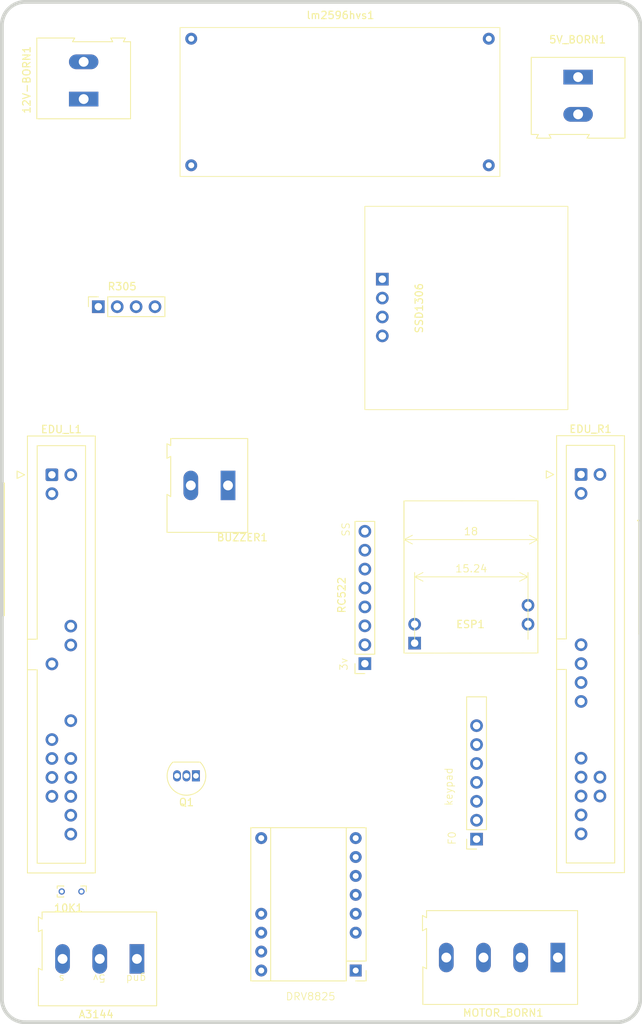
<source format=kicad_pcb>
(kicad_pcb (version 20241229) (generator "pcbnew") (generator_version "9.0")
  (layers (0 "F.Cu" signal) (2 "B.Cu" signal) (13 "F.Paste" user) (15 "B.Paste" user) (5 "F.SilkS" user "F.Silkscreen") (7 "B.SilkS" user "B.Silkscreen") (1 "F.Mask" user) (3 "B.Mask" user) (25 "Edge.Cuts" user))
  (net 0 "")
  (net 1 "+3.3V")
  (net 2 "/door_sensor")
  (net 3 "+12V")
  (net 4 "+5V")
  (net 5 "GND")
  (net 6 "Net-(BUZZER1-Pin_2)")
  (net 7 "/drv882x_b1")
  (net 8 "/drv882x_b2")
  (net 9 "/drv882x_step")
  (net 10 "/drv882x_a2")
  (net 11 "/drv882x_en")
  (net 12 "/drv882x_dir")
  (net 13 "/drv882x_a1")
  (net 14 "/rc522-rst")
  (net 15 "/rc522-sck")
  (net 16 "/rc522-miso")
  (net 17 "/buzzer_sgn")
  (net 18 "/rc522-ss")
  (net 19 "/r305_tx")
  (net 20 "/rc522-irq")
  (net 21 "/rc522-mosi")
  (net 22 "/r305_rx")
  (net 23 "/kp_f1")
  (net 24 "/kp_c0")
  (net 25 "/ssd1306_scl")
  (net 26 "/ssd1306_sda")
  (net 27 "/kp_c2")
  (net 28 "/esp32_tx")
  (net 29 "/kp_f3")
  (net 30 "/kp_f2")
  (net 31 "/kp_c1")
  (net 32 "/kp_f0")
  (net 33 "/esp32_rx")
  (net 34 "+5V-out")
  (footprint "TerminalBlock:TerminalBlock_Altech_AK300-2_P5.00mm" (layer "F.Cu") (at 75.825 113.16 180)
    (property "Reference" "BUZZER1" (at -1.92 -6.99 0) (layer "F.SilkS"))
    (property "Value" "bornes_buzzer")
    (fp_line (start 8.2 5.6) (end 8.2 3.7) (stroke (width 0.12)) (layer "F.SilkS"))
    (fp_line (start 8.2 3.7) (end 8.2 3.65) (stroke (width 0.12)) (layer "F.SilkS"))
    (fp_line (start 8.2 3.65) (end 7.7 3.9) (stroke (width 0.12)) (layer "F.SilkS"))
    (fp_line (start 8.2 -1.2) (end 8.2 -6.3) (stroke (width 0.12)) (layer "F.SilkS"))
    (fp_line (start 8.2 -6.3) (end -2.65 -6.3) (stroke (width 0.12)) (layer "F.SilkS"))
    (fp_line (start 7.7 6.3) (end 7.7 5.35) (stroke (width 0.12)) (layer "F.SilkS"))
    (fp_line (start 7.7 5.35) (end 8.2 5.6) (stroke (width 0.12)) (layer "F.SilkS"))
    (fp_line (start 7.7 3.9) (end 7.7 -1.5) (stroke (width 0.12)) (layer "F.SilkS"))
    (fp_line (start 7.7 -1.5) (end 8.2 -1.2) (stroke (width 0.12)) (layer "F.SilkS"))
    (fp_line (start -2.65 6.3) (end 7.7 6.3) (stroke (width 0.12)) (layer "F.SilkS"))
    (fp_line (start -2.65 -6.3) (end -2.65 6.3) (stroke (width 0.12)) (layer "F.SilkS"))
    (pad "1" thru_hole rect (at 0 0 180) (size 1.98 3.96) (drill 1.32) (layers "*.Cu" "*.Mask") (net 4 "+5V"))
    (pad "2" thru_hole oval (at 5 0 180) (size 1.98 3.96) (drill 1.32) (layers "*.Cu" "*.Mask") (net 6 "Net-(BUZZER1-Pin_2)"))
  )
  (footprint "Connector_PinSocket_2.54mm:PinSocket_1x04_P2.54mm_Vertical" (layer "F.Cu") (at 58.39 89.16 90)
    (property "Reference" "R305" (at 2.715 3.2 0) (layer "F.SilkS"))
    (property "Value" "R305_sensor" (hide yes))
    (fp_line (start 1.33 -1.33) (end 1.33 0) (stroke (width 0.12)) (layer "F.SilkS"))
    (fp_line (start 0 -1.33) (end 1.33 -1.33) (stroke (width 0.12)) (layer "F.SilkS"))
    (fp_line (start 1.33 1.27) (end 1.33 8.95) (stroke (width 0.12)) (layer "F.SilkS"))
    (fp_line (start -1.33 1.27) (end 1.33 1.27) (stroke (width 0.12)) (layer "F.SilkS"))
    (fp_line (start -1.33 1.27) (end -1.33 8.95) (stroke (width 0.12)) (layer "F.SilkS"))
    (fp_line (start -1.33 8.95) (end 1.33 8.95) (stroke (width 0.12)) (layer "F.SilkS"))
    (pad "1" thru_hole rect (at 0 0 90) (size 1.7 1.7) (drill 1) (layers "*.Cu" "*.Mask") (net 4 "+5V"))
    (pad "2" thru_hole circle (at 0 2.54 90) (size 1.7 1.7) (drill 1) (layers "*.Cu" "*.Mask") (net 5 "GND"))
    (pad "3" thru_hole circle (at 0 5.08 90) (size 1.7 1.7) (drill 1) (layers "*.Cu" "*.Mask") (net 19 "/r305_tx"))
    (pad "4" thru_hole circle (at 0 7.62 90) (size 1.7 1.7) (drill 1) (layers "*.Cu" "*.Mask") (net 22 "/r305_rx"))
  )
  (footprint "TerminalBlock:TerminalBlock_Altech_AK300-4_P5.00mm" (layer "F.Cu") (at 120.17 176.56 180)
    (property "Reference" "MOTOR_BORN1" (at 7.35 -7.43 0) (layer "F.SilkS"))
    (property "Value" "bornes_motor" (hide yes))
    (fp_line (start 18.2 5.65) (end 17.65 5.35) (stroke (width 0.12)) (layer "F.SilkS"))
    (fp_line (start 18.2 3.6) (end 18.2 5.65) (stroke (width 0.12)) (layer "F.SilkS"))
    (fp_line (start 18.15 -1.25) (end 17.65 -1.5) (stroke (width 0.12)) (layer "F.SilkS"))
    (fp_line (start 18.15 -6.3) (end 18.15 -1.25) (stroke (width 0.12)) (layer "F.SilkS"))
    (fp_line (start 17.65 6.3) (end -2.65 6.3) (stroke (width 0.12)) (layer "F.SilkS"))
    (fp_line (start 17.65 5.35) (end 17.65 6.3) (stroke (width 0.12)) (layer "F.SilkS"))
    (fp_line (start 17.65 3.9) (end 18.2 3.6) (stroke (width 0.12)) (layer "F.SilkS"))
    (fp_line (start 17.65 -1.5) (end 17.65 3.9) (stroke (width 0.12)) (layer "F.SilkS"))
    (fp_line (start -2.65 6.3) (end -2.65 -6.3) (stroke (width 0.12)) (layer "F.SilkS"))
    (fp_line (start -2.65 -6.3) (end 18.15 -6.3) (stroke (width 0.12)) (layer "F.SilkS"))
    (pad "1" thru_hole rect (at 0 0 180) (size 1.98 3.96) (drill 1.32) (layers "*.Cu" "*.Mask") (net 8 "/drv882x_b2"))
    (pad "2" thru_hole oval (at 5 0 180) (size 1.98 3.96) (drill 1.32) (layers "*.Cu" "*.Mask") (net 7 "/drv882x_b1"))
    (pad "3" thru_hole oval (at 10 0 180) (size 1.98 3.96) (drill 1.32) (layers "*.Cu" "*.Mask") (net 13 "/drv882x_a1"))
    (pad "4" thru_hole oval (at 15 0 180) (size 1.98 3.96) (drill 1.32) (layers "*.Cu" "*.Mask") (net 10 "/drv882x_a2"))
  )
  (footprint "Connector_PinSocket_1.00mm:PinSocket_2x02_P1.00mm_Vertical_SMD" (layer "F.Cu") (at 90.88 60.67)
    (property "Reference" "lm2596hvs1" (at 0.06 -10.65 0) (layer "F.SilkS"))
    (property "Value" "lm2596hvs DC-DC" (hide yes))
    (fp_line (start -21.5 -9) (end -21.5 11) (stroke (width 0.1)) (layer "F.SilkS"))
    (fp_line (start -21.5 -9) (end 21.5 -9) (stroke (width 0.1)) (layer "F.SilkS"))
    (fp_line (start -21.5 11) (end 21.5 11) (stroke (width 0.1)) (layer "F.SilkS"))
    (fp_line (start 21.5 -9) (end 21.5 11) (stroke (width 0.1)) (layer "F.SilkS"))
    (pad "1" thru_hole oval (at -20 -7.5 180) (size 1.6 1.6) (drill 0.8) (layers "*.Cu" "B.Mask") (net 3 "+12V"))
    (pad "2" thru_hole oval (at 20 -7.5 180) (size 1.6 1.6) (drill 0.8) (layers "*.Cu" "B.Mask") (net 34 "+5V-out"))
    (pad "3" thru_hole oval (at -20 9.5 180) (size 1.6 1.6) (drill 0.8) (layers "*.Cu" "*.Mask") (net 5 "GND"))
    (pad "4" thru_hole oval (at 20 9.5 180) (size 1.6 1.6) (drill 0.8) (layers "*.Cu" "B.Mask") (net 5 "GND"))
  )
  (footprint "Connector_PinSocket_2.54mm:PinSocket_1x08_P2.54mm_Vertical" (layer "F.Cu") (at 109.24 160.66 180)
    (property "Reference" "Keypad1" (hide yes))
    (property "Value" "num_keypad" (hide yes))
    (fp_line (start 1.33 1.27) (end 1.33 19.11) (stroke (width 0.12)) (layer "F.SilkS"))
    (fp_line (start 1.33 -1.33) (end 1.33 0) (stroke (width 0.12)) (layer "F.SilkS"))
    (fp_line (start 0 -1.33) (end 1.33 -1.33) (stroke (width 0.12)) (layer "F.SilkS"))
    (fp_line (start -1.33 19.11) (end 1.33 19.11) (stroke (width 0.12)) (layer "F.SilkS"))
    (fp_line (start -1.33 1.27) (end 1.33 1.27) (stroke (width 0.12)) (layer "F.SilkS"))
    (fp_line (start -1.33 1.27) (end -1.33 19.11) (stroke (width 0.12)) (layer "F.SilkS"))
    (fp_text user "keypad" (at 3.15 4.41 90) (layer "F.SilkS") (effects (font (thickness 0.1)) (justify left bottom)))
    (fp_text user "F0" (at 2.71 -0.83 90) (layer "F.SilkS") (effects (font (thickness 0.1)) (justify left bottom)))
    (pad "1" thru_hole rect (at 0 0 180) (size 1.7 1.7) (drill 1) (layers "*.Cu" "*.Mask") (net 32 "/kp_f0"))
    (pad "2" thru_hole circle (at 0 2.54 180) (size 1.7 1.7) (drill 1) (layers "*.Cu" "*.Mask") (net 23 "/kp_f1"))
    (pad "3" thru_hole circle (at 0 5.08 180) (size 1.7 1.7) (drill 1) (layers "*.Cu" "*.Mask") (net 30 "/kp_f2"))
    (pad "4" thru_hole circle (at 0 7.62 180) (size 1.7 1.7) (drill 1) (layers "*.Cu" "*.Mask") (net 29 "/kp_f3"))
    (pad "5" thru_hole circle (at 0 10.16 180) (size 1.7 1.7) (drill 1) (layers "*.Cu" "*.Mask") (net 24 "/kp_c0"))
    (pad "6" thru_hole circle (at 0 12.7 180) (size 1.7 1.7) (drill 1) (layers "*.Cu" "*.Mask") (net 31 "/kp_c1"))
    (pad "7" thru_hole circle (at 0 15.24 180) (size 1.7 1.7) (drill 1) (layers "*.Cu" "*.Mask") (net 27 "/kp_c2"))
  )
  (footprint "Package_TO_SOT_THT:TO-92_Inline" (layer "F.Cu") (at 71.51 152.16 180)
    (property "Reference" "Q1" (at 1.27 -3.56 0) (layer "F.SilkS"))
    (property "Value" "PN2222A")
    (fp_line (start -0.53 1.85) (end 3.07 1.85) (stroke (width 0.12)) (layer "F.SilkS"))
    (fp_arc (start 1.27 -2.6) (mid 3.672087 -0.994977) (end 3.108478 1.838478) (stroke (width 0.12)) (layer "F.SilkS"))
    (fp_arc (start -0.568478 1.838478) (mid -1.132087 -0.994977) (end 1.27 -2.6) (stroke (width 0.12)) (layer "F.SilkS"))
    (pad "1" thru_hole rect (at 0 0 180) (size 1.05 1.5) (drill 0.75) (layers "*.Cu" "*.Mask") (net 5 "GND"))
    (pad "2" thru_hole oval (at 1.27 0 180) (size 1.05 1.5) (drill 0.75) (layers "*.Cu" "*.Mask") (net 17 "/buzzer_sgn"))
    (pad "3" thru_hole oval (at 2.54 0 180) (size 1.05 1.5) (drill 0.75) (layers "*.Cu" "*.Mask") (net 6 "Net-(BUZZER1-Pin_2)"))
  )
  (footprint "Connector_IDC:IDC-Header_2x20_P2.54mm_Vertical" (layer "F.Cu") (at 52.15 111.73)
    (property "Reference" "EDU_L1" (at 1.27 -6.1 0) (layer "F.SilkS"))
    (property "Value" "EDU_CIAA_LEFT_SOCKET" (hide yes))
    (fp_line (start -4.68 -0.5) (end -4.68 0.5) (stroke (width 0.12)) (layer "F.SilkS"))
    (fp_line (start -4.68 0.5) (end -3.68 0) (stroke (width 0.12)) (layer "F.SilkS"))
    (fp_line (start -3.68 0) (end -4.68 -0.5) (stroke (width 0.12)) (layer "F.SilkS"))
    (fp_line (start -3.29 -5.21) (end 5.83 -5.21) (stroke (width 0.12)) (layer "F.SilkS"))
    (fp_line (start -3.29 22.08) (end -1.98 22.08) (stroke (width 0.12)) (layer "F.SilkS"))
    (fp_line (start -3.29 53.47) (end -3.29 -5.21) (stroke (width 0.12)) (layer "F.SilkS"))
    (fp_line (start -1.98 -3.91) (end 4.52 -3.91) (stroke (width 0.12)) (layer "F.SilkS"))
    (fp_line (start -1.98 22.08) (end -1.98 -3.91) (stroke (width 0.12)) (layer "F.SilkS"))
    (fp_line (start -1.98 26.18) (end -3.29 26.18) (stroke (width 0.12)) (layer "F.SilkS"))
    (fp_line (start -1.98 52.17) (end -1.98 26.18) (stroke (width 0.12)) (layer "F.SilkS"))
    (fp_line (start 4.52 -3.91) (end 4.52 52.17) (stroke (width 0.12)) (layer "F.SilkS"))
    (fp_line (start 4.52 52.17) (end -1.98 52.17) (stroke (width 0.12)) (layer "F.SilkS"))
    (fp_line (start 5.83 -5.21) (end 5.83 53.47) (stroke (width 0.12)) (layer "F.SilkS"))
    (fp_line (start 5.83 53.47) (end -3.29 53.47) (stroke (width 0.12)) (layer "F.SilkS"))
    (pad "1" thru_hole roundrect (at 0 0) (size 1.7 1.7) (drill 1) (layers "*.Cu" "*.Mask") (roundrect_rratio 0.147059) (net 1 "+3.3V"))
    (pad "2" thru_hole circle (at 2.54 0) (size 1.7 1.7) (drill 1) (layers "*.Cu" "*.Mask") (net 4 "+5V"))
    (pad "3" thru_hole circle (at 0 2.54) (size 1.7 1.7) (drill 1) (layers "*.Cu" "*.Mask") (net 5 "GND"))
    (pad "18" thru_hole circle (at 2.54 20.32) (size 1.7 1.7) (drill 1) (layers "*.Cu" "*.Mask") (net 16 "/rc522-miso"))
    (pad "20" thru_hole circle (at 2.54 22.86) (size 1.7 1.7) (drill 1) (layers "*.Cu" "*.Mask") (net 15 "/rc522-sck"))
    (pad "21" thru_hole circle (at 0 25.4) (size 1.7 1.7) (drill 1) (layers "*.Cu" "*.Mask") (net 21 "/rc522-mosi"))
    (pad "28" thru_hole circle (at 2.54 33.02) (size 1.7 1.7) (drill 1) (layers "*.Cu" "*.Mask") (net 20 "/rc522-irq"))
    (pad "29" thru_hole circle (at 0 35.56) (size 1.7 1.7) (drill 1) (layers "*.Cu" "*.Mask") (net 11 "/drv882x_en"))
    (pad "31" thru_hole circle (at 0 38.1) (size 1.7 1.7) (drill 1) (layers "*.Cu" "*.Mask") (net 19 "/r305_tx"))
    (pad "32" thru_hole circle (at 2.54 38.1) (size 1.7 1.7) (drill 1) (layers "*.Cu" "*.Mask") (net 22 "/r305_rx"))
    (pad "33" thru_hole circle (at 0 40.64) (size 1.7 1.7) (drill 1) (layers "*.Cu" "*.Mask") (net 9 "/drv882x_step"))
    (pad "34" thru_hole circle (at 2.54 40.64) (size 1.7 1.7) (drill 1) (layers "*.Cu" "*.Mask") (net 17 "/buzzer_sgn"))
    (pad "35" thru_hole circle (at 0 43.18) (size 1.7 1.7) (drill 1) (layers "*.Cu" "*.Mask") (net 18 "/rc522-ss"))
    (pad "36" thru_hole circle (at 2.54 43.18) (size 1.7 1.7) (drill 1) (layers "*.Cu" "*.Mask") (net 2 "/door_sensor"))
    (pad "38" thru_hole circle (at 2.54 45.72) (size 1.7 1.7) (drill 1) (layers "*.Cu" "*.Mask") (net 14 "/rc522-rst"))
    (pad "40" thru_hole circle (at 2.54 48.26) (size 1.7 1.7) (drill 1) (layers "*.Cu" "*.Mask") (net 12 "/drv882x_dir"))
  )
  (footprint "Connector_IDC:IDC-Header_2x20_P2.54mm_Vertical" (layer "F.Cu") (at 123.29 111.69)
    (property "Reference" "EDU_R1" (at 1.27 -6.1 0) (layer "F.SilkS"))
    (property "Value" "EDU_CIAA_RIGHT_SOCKET" (hide yes))
    (fp_line (start -4.68 -0.5) (end -4.68 0.5) (stroke (width 0.12)) (layer "F.SilkS"))
    (fp_line (start -4.68 0.5) (end -3.68 0) (stroke (width 0.12)) (layer "F.SilkS"))
    (fp_line (start -3.68 0) (end -4.68 -0.5) (stroke (width 0.12)) (layer "F.SilkS"))
    (fp_line (start -3.29 -5.21) (end 5.83 -5.21) (stroke (width 0.12)) (layer "F.SilkS"))
    (fp_line (start -3.29 22.08) (end -1.98 22.08) (stroke (width 0.12)) (layer "F.SilkS"))
    (fp_line (start -3.29 53.47) (end -3.29 -5.21) (stroke (width 0.12)) (layer "F.SilkS"))
    (fp_line (start -1.98 -3.91) (end 4.52 -3.91) (stroke (width 0.12)) (layer "F.SilkS"))
    (fp_line (start -1.98 22.08) (end -1.98 -3.91) (stroke (width 0.12)) (layer "F.SilkS"))
    (fp_line (start -1.98 26.18) (end -3.29 26.18) (stroke (width 0.12)) (layer "F.SilkS"))
    (fp_line (start -1.98 52.17) (end -1.98 26.18) (stroke (width 0.12)) (layer "F.SilkS"))
    (fp_line (start 4.52 -3.91) (end 4.52 52.17) (stroke (width 0.12)) (layer "F.SilkS"))
    (fp_line (start 4.52 52.17) (end -1.98 52.17) (stroke (width 0.12)) (layer "F.SilkS"))
    (fp_line (start 5.83 -5.21) (end 5.83 53.47) (stroke (width 0.12)) (layer "F.SilkS"))
    (fp_line (start 5.83 53.47) (end -3.29 53.47) (stroke (width 0.12)) (layer "F.SilkS"))
    (pad "1" thru_hole roundrect (at 0 0) (size 1.7 1.7) (drill 1) (layers "*.Cu" "*.Mask") (roundrect_rratio 0.147059) (net 1 "+3.3V"))
    (pad "2" thru_hole circle (at 2.54 0) (size 1.7 1.7) (drill 1) (layers "*.Cu" "*.Mask") (net 4 "+5V"))
    (pad "3" thru_hole circle (at 0 2.54) (size 1.7 1.7) (drill 1) (layers "*.Cu" "*.Mask") (net 5 "GND"))
    (pad "19" thru_hole circle (at 0 22.86) (size 1.7 1.7) (drill 1) (layers "*.Cu" "*.Mask") (net 26 "/ssd1306_sda"))
    (pad "21" thru_hole circle (at 0 25.4) (size 1.7 1.7) (drill 1) (layers "*.Cu" "*.Mask") (net 25 "/ssd1306_scl"))
    (pad "23" thru_hole circle (at 0 27.94) (size 1.7 1.7) (drill 1) (layers "*.Cu" "*.Mask") (net 28 "/esp32_tx"))
    (pad "25" thru_hole circle (at 0 30.48) (size 1.7 1.7) (drill 1) (layers "*.Cu" "*.Mask") (net 33 "/esp32_rx"))
    (pad "31" thru_hole circle (at 0 38.1) (size 1.7 1.7) (drill 1) (layers "*.Cu" "*.Mask") (net 31 "/kp_c1"))
    (pad "33" thru_hole circle (at 0 40.64) (size 1.7 1.7) (drill 1) (layers "*.Cu" "*.Mask") (net 32 "/kp_f0"))
    (pad "34" thru_hole circle (at 2.54 40.64) (size 1.7 1.7) (drill 1) (layers "*.Cu" "*.Mask") (net 27 "/kp_c2"))
    (pad "35" thru_hole circle (at 0 43.18) (size 1.7 1.7) (drill 1) (layers "*.Cu" "*.Mask") (net 29 "/kp_f3"))
    (pad "36" thru_hole circle (at 2.54 43.18) (size 1.7 1.7) (drill 1) (layers "*.Cu" "*.Mask") (net 23 "/kp_f1"))
    (pad "37" thru_hole circle (at 0 45.72) (size 1.7 1.7) (drill 1) (layers "*.Cu" "*.Mask") (net 30 "/kp_f2"))
    (pad "39" thru_hole circle (at 0 48.26) (size 1.7 1.7) (drill 1) (layers "*.Cu" "*.Mask") (net 24 "/kp_c0"))
  )
  (footprint "Connector_PinSocket_2.54mm:PinSocket_1x04_P2.54mm_Vertical" (layer "F.Cu") (at 107.87 89.33 90)
    (property "Reference" "SSD1306" (at -0.025 -6.35 90) (layer "F.SilkS"))
    (property "Value" "ssd1306_dsp" (hide yes))
    (fp_rect (start -13.65 -13.65) (end 13.65 13.65) (stroke (width 0.1)) (fill no) (layer "F.SilkS"))
    (pad "1" thru_hole rect (at 3.87 -11.3) (size 1.7 1.7) (drill 1) (layers "*.Cu" "*.Mask") (net 26 "/ssd1306_sda"))
    (pad "2" thru_hole circle (at 1.33 -11.3) (size 1.7 1.7) (drill 1) (layers "*.Cu" "*.Mask") (net 25 "/ssd1306_scl"))
    (pad "3" thru_hole circle (at -1.21 -11.3) (size 1.7 1.7) (drill 1) (layers "*.Cu" "*.Mask") (net 1 "+3.3V"))
    (pad "4" thru_hole circle (at -3.75 -11.3) (size 1.7 1.7) (drill 1) (layers "*.Cu" "*.Mask") (net 5 "GND"))
  )
  (footprint "Module:Pololu_Breakout-16_15.2x20.3mm" (layer "F.Cu") (at 92.99 178.3 180)
    (property "Reference" "DRV8825" (hide yes))
    (property "Value" "DRV8825" (hide yes))
    (fp_line (start 14.1 19.18) (end 14.1 -1.4) (stroke (width 0.12)) (layer "F.SilkS"))
    (fp_line (start 14.1 -1.4) (end 1.27 -1.4) (stroke (width 0.12)) (layer "F.SilkS"))
    (fp_line (start 11.43 -1.4) (end 11.43 19.18) (stroke (width 0.12)) (layer "F.SilkS"))
    (fp_line (start 1.27 1.27) (end 1.27 19.18) (stroke (width 0.12)) (layer "F.SilkS"))
    (fp_line (start 1.27 1.27) (end -1.4 1.27) (stroke (width 0.12)) (layer "F.SilkS"))
    (fp_line (start 1.27 -1.4) (end 1.27 1.27) (stroke (width 0.12)) (layer "F.SilkS"))
    (fp_line (start 0 -1.4) (end -1.4 -1.4) (stroke (width 0.12)) (layer "F.SilkS"))
    (fp_line (start -1.4 19.18) (end 14.1 19.18) (stroke (width 0.12)) (layer "F.SilkS"))
    (fp_line (start -1.4 1.27) (end -1.4 19.18) (stroke (width 0.12)) (layer "F.SilkS"))
    (fp_line (start -1.4 -1.4) (end -1.4 0) (stroke (width 0.12)) (layer "F.SilkS"))
    (fp_text user "DRV8825" (at 9.46 -4.08 0) (layer "F.SilkS") (effects (font (thickness 0.1)) (justify left bottom)))
    (pad "1" thru_hole rect (at 0 0 180) (size 1.6 1.6) (drill 0.8) (layers "*.Cu" "*.Mask") (net 5 "GND"))
    (pad "3" thru_hole oval (at 0 5.08 180) (size 1.6 1.6) (drill 0.8) (layers "*.Cu" "*.Mask") (net 10 "/drv882x_a2"))
    (pad "4" thru_hole oval (at 0 7.62 180) (size 1.6 1.6) (drill 0.8) (layers "*.Cu" "*.Mask") (net 13 "/drv882x_a1"))
    (pad "5" thru_hole oval (at 0 10.16 180) (size 1.6 1.6) (drill 0.8) (layers "*.Cu" "*.Mask") (net 7 "/drv882x_b1"))
    (pad "6" thru_hole oval (at 0 12.7 180) (size 1.6 1.6) (drill 0.8) (layers "*.Cu" "*.Mask") (net 8 "/drv882x_b2"))
    (pad "7" thru_hole oval (at 0 15.24 180) (size 1.6 1.6) (drill 0.8) (layers "*.Cu" "*.Mask") (net 5 "GND"))
    (pad "8" thru_hole oval (at 0 17.78 180) (size 1.6 1.6) (drill 0.8) (layers "*.Cu" "*.Mask") (net 3 "+12V"))
    (pad "9" thru_hole oval (at 12.7 17.78 180) (size 1.6 1.6) (drill 0.8) (layers "*.Cu" "*.Mask") (net 11 "/drv882x_en"))
    (pad "13" thru_hole oval (at 12.7 7.62 180) (size 1.6 1.6) (drill 0.8) (layers "*.Cu" "*.Mask") (net 1 "+3.3V"))
    (pad "14" thru_hole oval (at 12.7 5.08 180) (size 1.6 1.6) (drill 0.8) (layers "*.Cu" "*.Mask") (net 1 "+3.3V"))
    (pad "15" thru_hole oval (at 12.7 2.54 180) (size 1.6 1.6) (drill 0.8) (layers "*.Cu" "*.Mask") (net 9 "/drv882x_step"))
    (pad "16" thru_hole oval (at 12.7 0 180) (size 1.6 1.6) (drill 0.8) (layers "*.Cu" "*.Mask") (net 12 "/drv882x_dir"))
  )
  (footprint "TerminalBlock:TerminalBlock_Altech_AK300-3_P5.00mm" (layer "F.Cu") (at 63.58 176.74 180)
    (property "Reference" "A3144" (at 5.48 -7.45 0) (layer "F.SilkS"))
    (property "Value" "Bornera Sensor Hall" (hide yes))
    (fp_line (start 13.25 5.65) (end 13.25 3.65) (stroke (width 0.12)) (layer "F.SilkS"))
    (fp_line (start 13.25 3.65) (end 12.75 3.9) (stroke (width 0.12)) (layer "F.SilkS"))
    (fp_line (start 13.25 -1.25) (end 13.25 -6.3) (stroke (width 0.12)) (layer "F.SilkS"))
    (fp_line (start 13.25 -6.3) (end -2.65 -6.3) (stroke (width 0.12)) (layer "F.SilkS"))
    (fp_line (start 12.75 6.3) (end 12.75 5.35) (stroke (width 0.12)) (layer "F.SilkS"))
    (fp_line (start 12.75 5.35) (end 13.25 5.65) (stroke (width 0.12)) (layer "F.SilkS"))
    (fp_line (start 12.75 3.9) (end 12.75 -1.5) (stroke (width 0.12)) (layer "F.SilkS"))
    (fp_line (start 12.75 -1.5) (end 13.25 -1.25) (stroke (width 0.12)) (layer "F.SilkS"))
    (fp_line (start -2.65 6.3) (end 12.75 6.3) (stroke (width 0.12)) (layer "F.SilkS"))
    (fp_line (start -2.65 -6.3) (end -2.65 6.3) (stroke (width 0.12)) (layer "F.SilkS"))
    (fp_text user "5v" (at 4.15 -2 180) (layer "F.SilkS") (effects (font (thickness 0.1)) (justify left bottom)))
    (fp_text user "s" (at 9.65 -2.1 180) (layer "F.SilkS") (effects (font (thickness 0.1)) (justify left bottom)))
    (fp_text user "gnd" (at -1.3 -2.1 180) (layer "F.SilkS") (effects (font (thickness 0.1)) (justify left bottom)))
    (pad "1" thru_hole rect (at 0 0 180) (size 1.98 3.96) (drill 1.32) (layers "*.Cu" "*.Mask") (net 5 "GND"))
    (pad "2" thru_hole oval (at 10 0 180) (size 1.98 3.96) (drill 1.32) (layers "*.Cu" "*.Mask") (net 2 "/door_sensor"))
    (pad "3" thru_hole oval (at 5 0 180) (size 1.98 3.96) (drill 1.32) (layers "*.Cu" "*.Mask") (net 4 "+5V"))
  )
  (footprint "Connector_PinSocket_2.54mm:PinSocket_2x08_P2.54mm_Vertical" (layer "F.Cu") (at 113.615 134.335 180)
    (property "Reference" "ESP1" (at 5.2 2.52 0) (layer "F.SilkS"))
    (property "Value" "ESP32_SOCKET")
    (fp_line (start 14.13 19.1) (end 14.13 -1.34) (stroke (width 0.12)) (layer "F.SilkS"))
    (fp_line (start 14.13 -1.34) (end -3.87 -1.33) (stroke (width 0.1)) (layer "F.SilkS"))
    (fp_line (start -3.87 19.11) (end 14.13 19.1) (stroke (width 0.1)) (layer "F.SilkS"))
    (fp_line (start -3.87 -1.33) (end -3.87 19.11) (stroke (width 0.12)) (layer "F.SilkS"))
    (dimension (type orthogonal) (layer "F.SilkS") (pts (xy 116.155 134.335) (xy 100.915 134.335)) (height -8.9) (orientation 0) (format (prefix "") (suffix "") (units 3) (units_format 0) (precision 4) (suppress_zeroes yes)) (style (thickness 0.1) (arrow_length 1.27) (text_position_mode 0) (arrow_direction outward) (extension_height 0.58642) (extension_offset 0.5) (keep_text_aligned yes)) (gr_text "15,24" (at 108.535 124.335 0) (layer "F.SilkS") (effects (font (size 1 1) (thickness 0.1)))))
    (dimension (type orthogonal) (layer "F.SilkS") (pts (xy 117.485 115.225) (xy 99.485 114.775)) (height 5.21) (orientation 0) (format (prefix "") (suffix "") (units 3) (units_format 0) (precision 4) (suppress_zeroes yes)) (style (thickness 0.1) (arrow_length 1.27) (text_position_mode 0) (arrow_direction outward) (extension_height 0.58642) (extension_offset 0.5) (keep_text_aligned yes)) (gr_text "18" (at 108.485 119.335 0) (layer "F.SilkS") (effects (font (size 1 1) (thickness 0.1)))))
    (pad "1" thru_hole rect (at 12.7 0 180) (size 1.7 1.7) (drill 1) (layers "*.Cu" "*.Mask") (net 4 "+5V"))
    (pad "3" thru_hole circle (at 12.7 2.54 180) (size 1.7 1.7) (drill 1) (layers "*.Cu" "*.Mask") (net 5 "GND"))
    (pad "4" thru_hole circle (at -2.54 2.54 180) (size 1.7 1.7) (drill 1) (layers "*.Cu" "*.Mask") (net 33 "/esp32_rx"))
    (pad "6" thru_hole circle (at -2.54 5.08 180) (size 1.7 1.7) (drill 1) (layers "*.Cu" "*.Mask") (net 28 "/esp32_tx"))
  )
  (footprint "TerminalBlock:TerminalBlock_Altech_AK300-2_P5.00mm" (layer "F.Cu") (at 56.42 61.275 90)
    (property "Reference" "12V-BORN1" (at 2.58 -7.66 90) (layer "F.SilkS"))
    (property "Value" "12V-DC-IN" (hide yes))
    (fp_line (start 8.2 -6.3) (end -2.65 -6.3) (stroke (width 0.12)) (layer "F.SilkS"))
    (fp_line (start -2.65 -6.3) (end -2.65 6.3) (stroke (width 0.12)) (layer "F.SilkS"))
    (fp_line (start 7.7 -1.5) (end 8.2 -1.2) (stroke (width 0.12)) (layer "F.SilkS"))
    (fp_line (start 8.2 -1.2) (end 8.2 -6.3) (stroke (width 0.12)) (layer "F.SilkS"))
    (fp_line (start 8.2 3.65) (end 7.7 3.9) (stroke (width 0.12)) (layer "F.SilkS"))
    (fp_line (start 8.2 3.7) (end 8.2 3.65) (stroke (width 0.12)) (layer "F.SilkS"))
    (fp_line (start 7.7 3.9) (end 7.7 -1.5) (stroke (width 0.12)) (layer "F.SilkS"))
    (fp_line (start 7.7 5.35) (end 8.2 5.6) (stroke (width 0.12)) (layer "F.SilkS"))
    (fp_line (start 8.2 5.6) (end 8.2 3.7) (stroke (width 0.12)) (layer "F.SilkS"))
    (fp_line (start 7.7 6.3) (end 7.7 5.35) (stroke (width 0.12)) (layer "F.SilkS"))
    (fp_line (start -2.65 6.3) (end 7.7 6.3) (stroke (width 0.12)) (layer "F.SilkS"))
    (pad "1" thru_hole rect (at 0 0 90) (size 1.98 3.96) (drill 1.32) (layers "*.Cu" "*.Mask") (net 5 "GND"))
    (pad "2" thru_hole oval (at 5 0 90) (size 1.98 3.96) (drill 1.32) (layers "*.Cu" "*.Mask") (net 3 "+12V"))
  )
  (footprint "Connector_PinSocket_2.54mm:PinSocket_1x08_P2.54mm_Vertical" (layer "F.Cu") (at 93.395 127.8675 90)
    (property "Reference" "RC522" (at -0.0175 -2.28 90) (layer "F.SilkS"))
    (property "Value" "RC522_sensor" (hide yes))
    (fp_line (start -7.9575 -0.5) (end 9.8825 -0.5) (stroke (width 0.12)) (layer "F.SilkS"))
    (fp_line (start -10.5575 -0.5) (end -9.2275 -0.5) (stroke (width 0.12)) (layer "F.SilkS"))
    (fp_line (start -10.5575 0.83) (end -10.5575 -0.5) (stroke (width 0.12)) (layer "F.SilkS"))
    (fp_line (start 9.8825 2.16) (end 9.8825 -0.5) (stroke (width 0.12)) (layer "F.SilkS"))
    (fp_line (start -7.9575 2.16) (end -7.9575 -0.5) (stroke (width 0.12)) (layer "F.SilkS"))
    (fp_line (start -7.9575 2.16) (end 9.8825 2.16) (stroke (width 0.12)) (layer "F.SilkS"))
    (fp_text user "3v" (at -10.22 -1.42 90) (layer "F.SilkS") (effects (font (thickness 0.1)) (justify left bottom)))
    (fp_text user "SS" (at 7.78 -1.14 90) (layer "F.SilkS") (effects (font (thickness 0.1)) (justify left bottom)))
    (pad "1" thru_hole rect (at -9.2275 0.83 180) (size 1.7 1.7) (drill 1) (layers "*.Cu" "*.Mask") (net 1 "+3.3V"))
    (pad "2" thru_hole circle (at -6.6875 0.83 180) (size 1.7 1.7) (drill 1) (layers "*.Cu" "*.Mask") (net 14 "/rc522-rst"))
    (pad "3" thru_hole circle (at -4.1475 0.83 180) (size 1.7 1.7) (drill 1) (layers "*.Cu" "*.Mask") (net 5 "GND"))
    (pad "4" thru_hole circle (at -1.6075 0.83 180) (size 1.7 1.7) (drill 1) (layers "*.Cu" "*.Mask") (net 20 "/rc522-irq"))
    (pad "5" thru_hole circle (at 0.9325 0.83 180) (size 1.7 1.7) (drill 1) (layers "*.Cu" "*.Mask") (net 16 "/rc522-miso"))
    (pad "6" thru_hole circle (at 3.4725 0.83 180) (size 1.7 1.7) (drill 1) (layers "*.Cu" "*.Mask") (net 21 "/rc522-mosi"))
    (pad "7" thru_hole circle (at 6.0125 0.83 180) (size 1.7 1.7) (drill 1) (layers "*.Cu" "*.Mask") (net 15 "/rc522-sck"))
    (pad "8" thru_hole circle (at 8.5525 0.83 180) (size 1.7 1.7) (drill 1) (layers "*.Cu" "*.Mask") (net 18 "/rc522-ss"))
  )
  (footprint "TerminalBlock:TerminalBlock_Altech_AK300-2_P5.00mm" (layer "F.Cu") (at 122.89 58.325 -90)
    (property "Reference" "5V_BORN1" (at -5.035 0.07 180) (layer "F.SilkS"))
    (property "Value" "bornes_5v" (hide yes))
    (fp_line (start -2.65 6.3) (end 7.7 6.3) (stroke (width 0.12)) (layer "F.SilkS"))
    (fp_line (start 7.7 6.3) (end 7.7 5.35) (stroke (width 0.12)) (layer "F.SilkS"))
    (fp_line (start 8.2 5.6) (end 8.2 3.7) (stroke (width 0.12)) (layer "F.SilkS"))
    (fp_line (start 7.7 5.35) (end 8.2 5.6) (stroke (width 0.12)) (layer "F.SilkS"))
    (fp_line (start 7.7 3.9) (end 7.7 -1.5) (stroke (width 0.12)) (layer "F.SilkS"))
    (fp_line (start 8.2 3.7) (end 8.2 3.65) (stroke (width 0.12)) (layer "F.SilkS"))
    (fp_line (start 8.2 3.65) (end 7.7 3.9) (stroke (width 0.12)) (layer "F.SilkS"))
    (fp_line (start 8.2 -1.2) (end 8.2 -6.3) (stroke (width 0.12)) (layer "F.SilkS"))
    (fp_line (start 7.7 -1.5) (end 8.2 -1.2) (stroke (width 0.12)) (layer "F.SilkS"))
    (fp_line (start -2.65 -6.3) (end -2.65 6.3) (stroke (width 0.12)) (layer "F.SilkS"))
    (fp_line (start 8.2 -6.3) (end -2.65 -6.3) (stroke (width 0.12)) (layer "F.SilkS"))
    (pad "1" thru_hole rect (at 0 0 270) (size 1.98 3.96) (drill 1.32) (layers "*.Cu" "*.Mask") (net 34 "+5V-out"))
    (pad "2" thru_hole oval (at 5 0 270) (size 1.98 3.96) (drill 1.32) (layers "*.Cu" "*.Mask") (net 5 "GND"))
  )
  (footprint "Connector_PinHeader_1.00mm:PinHeader_1x02_P1.00mm_Vertical" (layer "F.Cu") (at 54.47 167.69 -90)
    (property "Reference" "10K1" (at 2.21 0.1 0) (layer "F.SilkS"))
    (property "Value" "10K" (hide yes))
    (fp_line (start -0.745 1.61) (end -0.41003 1.61) (stroke (width 0.12)) (layer "F.SilkS"))
    (fp_line (start 0.41003 1.61) (end 0.745 1.61) (stroke (width 0.12)) (layer "F.SilkS"))
    (fp_line (start -0.745 0.735) (end -0.745 1.61) (stroke (width 0.12)) (layer "F.SilkS"))
    (fp_line (start -0.745 0.735) (end -0.685565 0.735) (stroke (width 0.12)) (layer "F.SilkS"))
    (fp_line (start 0.685565 0.735) (end 0.745 0.735) (stroke (width 0.12)) (layer "F.SilkS"))
    (fp_line (start 0.745 0.735) (end 0.745 1.61) (stroke (width 0.12)) (layer "F.SilkS"))
    (fp_line (start -0.745 -1.565) (end -0.745 -2.3) (stroke (width 0.12)) (layer "F.SilkS"))
    (fp_line (start -0.745 -2.3) (end 0 -2.3) (stroke (width 0.12)) (layer "F.SilkS"))
    (pad "1" thru_hole circle (at 0 -1.65 270) (size 0.85 0.85) (drill 0.5) (layers "*.Cu" "*.Mask") (net 1 "+3.3V"))
    (pad "2" thru_hole circle (at 0 1 270) (size 0.85 0.85) (drill 0.5) (layers "*.Cu" "*.Mask") (net 2 "/door_sensor"))
  )
  (gr_line (start 131.0744 133.1418) (end 131.0744 117.87132) (stroke (width 0.2)) (layer "F.SilkS"))
  (gr_line (start 45.72024 112.86244) (end 45.69992 112.86244) (stroke (width 0.2)) (layer "F.SilkS"))
  (gr_line (start 45.72024 130.6272) (end 45.72024 112.86244) (stroke (width 0.2)) (layer "F.SilkS"))
  (gr_line (start 131.0744 117.87132) (end 130.90676 117.87132) (stroke (width 0.2)) (layer "F.SilkS"))
  (gr_line (start 128.1 185.25) (end 48.55 185.25) (stroke (width 0.508)) (layer "Edge.Cuts"))
  (gr_arc (start 45.425 51.35) (mid 46.340291 49.140291) (end 48.55 48.225) (stroke (width 0.508)) (layer "Edge.Cuts"))
  (gr_arc (start 128.1 48.225) (mid 130.327386 49.147614) (end 131.25 51.375) (stroke (width 0.508)) (layer "Edge.Cuts"))
  (gr_line (start 45.425 51.35) (end 45.425 182.125) (stroke (width 0.508)) (layer "Edge.Cuts"))
  (gr_line (start 128.1 48.225) (end 48.55 48.225) (stroke (width 0.508)) (layer "Edge.Cuts"))
  (gr_line (start 131.25 182.1) (end 131.25 51.375) (stroke (width 0.508)) (layer "Edge.Cuts"))
  (gr_arc (start 48.55 185.25) (mid 46.340291 184.334709) (end 45.425 182.125) (stroke (width 0.508)) (layer "Edge.Cuts"))
  (gr_arc (start 131.25 182.1) (mid 130.327386 184.327386) (end 128.1 185.25) (stroke (width 0.508)) (layer "Edge.Cuts"))
)
</source>
